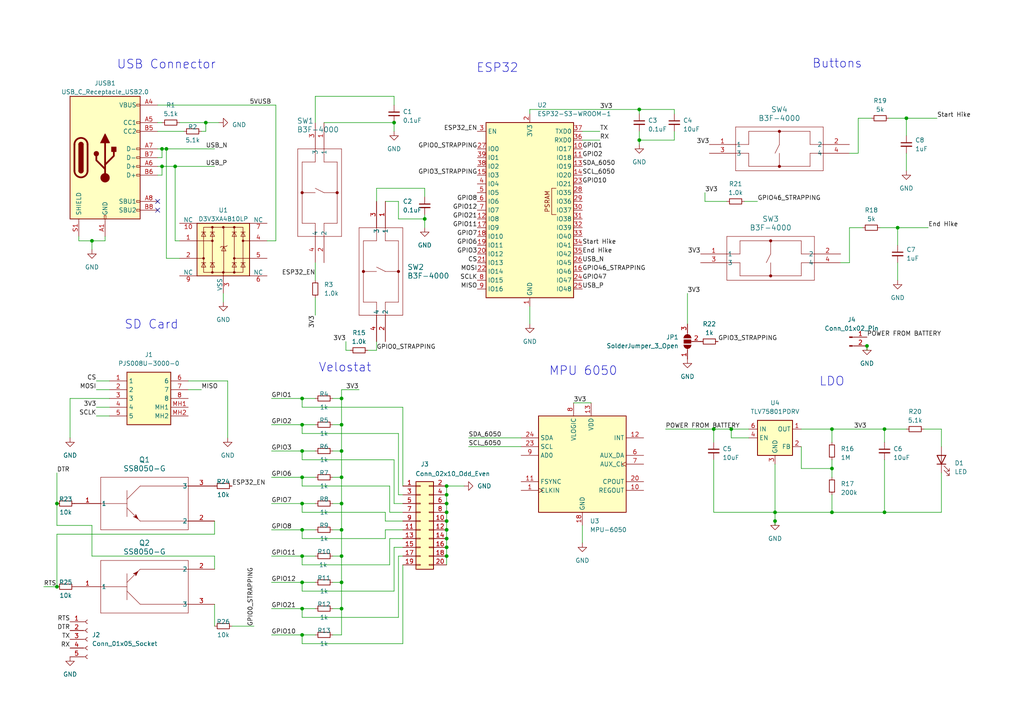
<source format=kicad_sch>
(kicad_sch (version 20231120) (generator "eeschema") (generator_version "8.0")
  (paper "A4")
  (title_block (title "Smart Insole PCB Design") (company "Group 41"))
  (lib_symbols
    (symbol "Connector:Conn_01x02_Pin" (pin_names (offset 1.016) hide)
      (property "Reference" "J" (at 0 2.54 0))
      (property "Value" "Conn_01x02_Pin" (at 0 -5.08 0))
      (symbol "Conn_01x02_Pin_1_1"
        (pin passive line (at 5.08 0 180) (length 3.81) (name "Pin_1") (number "1"))
        (pin passive line (at 5.08 -2.54 180) (length 3.81) (name "Pin_2") (number "2"))
      )
    )
    (symbol "Connector:Conn_01x05_Socket" (pin_names (offset 1.016) hide)
      (property "Reference" "J" (at 0 7.62 0))
      (property "Value" "Conn_01x05_Socket" (at 0 -7.62 0))
      (symbol "Conn_01x05_Socket_1_1"
        (pin passive line (at -5.08 5.08 0) (length 3.81) (name "Pin_1") (number "1"))
        (pin passive line (at -5.08 2.54 0) (length 3.81) (name "Pin_2") (number "2"))
        (pin passive line (at -5.08 0 0) (length 3.81) (name "Pin_3") (number "3"))
        (pin passive line (at -5.08 -2.54 0) (length 3.81) (name "Pin_4") (number "4"))
        (pin passive line (at -5.08 -5.08 0) (length 3.81) (name "Pin_5") (number "5"))
      )
    )
    (symbol "Connector:USB_C_Receptacle_USB2.0" (pin_names (offset 1.016))
      (property "Reference" "J" (at -10.16 19.05 0))
      (property "Value" "USB_C_Receptacle_USB2.0" (at 19.05 19.05 0))
      (symbol "USB_C_Receptacle_USB2.0_1_1"
        (pin passive line (at 0 -22.86 90) (length 5.08) (name "GND") (number "A1"))
        (pin passive line (at 0 -22.86 90) (length 5.08) hide (name "GND") (number "A12"))
        (pin passive line (at 15.24 15.24 180) (length 5.08) (name "VBUS") (number "A4"))
        (pin bidirectional line (at 15.24 10.16 180) (length 5.08) (name "CC1") (number "A5"))
        (pin bidirectional line (at 15.24 -2.54 180) (length 5.08) (name "D+") (number "A6"))
        (pin bidirectional line (at 15.24 2.54 180) (length 5.08) (name "D-") (number "A7"))
        (pin bidirectional line (at 15.24 -12.7 180) (length 5.08) (name "SBU1") (number "A8"))
        (pin passive line (at 15.24 15.24 180) (length 5.08) hide (name "VBUS") (number "A9"))
        (pin passive line (at 0 -22.86 90) (length 5.08) hide (name "GND") (number "B1"))
        (pin passive line (at 0 -22.86 90) (length 5.08) hide (name "GND") (number "B12"))
        (pin passive line (at 15.24 15.24 180) (length 5.08) hide (name "VBUS") (number "B4"))
        (pin bidirectional line (at 15.24 7.62 180) (length 5.08) (name "CC2") (number "B5"))
        (pin bidirectional line (at 15.24 -5.08 180) (length 5.08) (name "D+") (number "B6"))
        (pin bidirectional line (at 15.24 0 180) (length 5.08) (name "D-") (number "B7"))
        (pin bidirectional line (at 15.24 -15.24 180) (length 5.08) (name "SBU2") (number "B8"))
        (pin passive line (at 15.24 15.24 180) (length 5.08) hide (name "VBUS") (number "B9"))
        (pin passive line (at -7.62 -22.86 90) (length 5.08) (name "SHIELD") (number "S1"))
      )
    )
    (symbol "Connector_Generic:Conn_02x10_Odd_Even" (pin_names (offset 1.016) hide)
      (property "Reference" "J" (at 1.27 12.7 0))
      (property "Value" "Conn_02x10_Odd_Even" (at 1.27 -15.24 0))
      (symbol "Conn_02x10_Odd_Even_1_1"
        (pin passive line (at -5.08 10.16 0) (length 3.81) (name "Pin_1") (number "1"))
        (pin passive line (at 7.62 0 180) (length 3.81) (name "Pin_10") (number "10"))
        (pin passive line (at -5.08 -2.54 0) (length 3.81) (name "Pin_11") (number "11"))
        (pin passive line (at 7.62 -2.54 180) (length 3.81) (name "Pin_12") (number "12"))
        (pin passive line (at -5.08 -5.08 0) (length 3.81) (name "Pin_13") (number "13"))
        (pin passive line (at 7.62 -5.08 180) (length 3.81) (name "Pin_14") (number "14"))
        (pin passive line (at -5.08 -7.62 0) (length 3.81) (name "Pin_15") (number "15"))
        (pin passive line (at 7.62 -7.62 180) (length 3.81) (name "Pin_16") (number "16"))
        (pin passive line (at -5.08 -10.16 0) (length 3.81) (name "Pin_17") (number "17"))
        (pin passive line (at 7.62 -10.16 180) (length 3.81) (name "Pin_18") (number "18"))
        (pin passive line (at -5.08 -12.7 0) (length 3.81) (name "Pin_19") (number "19"))
        (pin passive line (at 7.62 10.16 180) (length 3.81) (name "Pin_2") (number "2"))
        (pin passive line (at 7.62 -12.7 180) (length 3.81) (name "Pin_20") (number "20"))
        (pin passive line (at -5.08 7.62 0) (length 3.81) (name "Pin_3") (number "3"))
        (pin passive line (at 7.62 7.62 180) (length 3.81) (name "Pin_4") (number "4"))
        (pin passive line (at -5.08 5.08 0) (length 3.81) (name "Pin_5") (number "5"))
        (pin passive line (at 7.62 5.08 180) (length 3.81) (name "Pin_6") (number "6"))
        (pin passive line (at -5.08 2.54 0) (length 3.81) (name "Pin_7") (number "7"))
        (pin passive line (at 7.62 2.54 180) (length 3.81) (name "Pin_8") (number "8"))
        (pin passive line (at -5.08 0 0) (length 3.81) (name "Pin_9") (number "9"))
      )
    )
    (symbol "Device:C_Small" (pin_numbers hide) (pin_names (offset 0.254) hide)
      (property "Reference" "C" (at 0.254 1.778 0))
      (property "Value" "C_Small" (at 0.254 -2.032 0))
      (symbol "C_Small_1_1"
        (pin passive line (at 0 2.54 270) (length 2.032) (name "~") (number "1"))
        (pin passive line (at 0 -2.54 90) (length 2.032) (name "~") (number "2"))
      )
    )
    (symbol "Device:LED" (pin_numbers hide) (pin_names (offset 1.016) hide)
      (property "Reference" "D" (at 0 2.54 0))
      (property "Value" "LED" (at 0 -2.54 0))
      (symbol "LED_1_1"
        (pin passive line (at -3.81 0 0) (length 2.54) (name "K") (number "1"))
        (pin passive line (at 3.81 0 180) (length 2.54) (name "A") (number "2"))
      )
    )
    (symbol "Device:R_Small" (pin_numbers hide) (pin_names (offset 0.254) hide)
      (property "Reference" "R" (at 0.762 0.508 0))
      (property "Value" "R_Small" (at 0.762 -1.016 0))
      (symbol "R_Small_1_1"
        (pin passive line (at 0 2.54 270) (length 0.762) (name "~") (number "1"))
        (pin passive line (at 0 -2.54 90) (length 0.762) (name "~") (number "2"))
      )
    )
    (symbol "GND_1" (power) (pin_numbers hide) (pin_names (offset 0) hide)
      (property "Value" "GND" (at 0 -3.81 0))
      (symbol "GND_1_1_1"
        (pin power_in line (at 0 0 270) (length 0) (name "~") (number "1"))
      )
    )
    (symbol "Jumper:SolderJumper_3_Open" (pin_names (offset 0) hide)
      (property "Reference" "JP" (at -2.54 -2.54 0))
      (property "Value" "SolderJumper_3_Open" (at 0 2.794 0))
      (symbol "SolderJumper_3_Open_1_1"
        (pin passive line (at -5.08 0 0) (length 2.54) (name "A") (number "1"))
        (pin passive line (at 0 -3.81 90) (length 2.54) (name "C") (number "2"))
        (pin passive line (at 5.08 0 180) (length 2.54) (name "B") (number "3"))
      )
    )
    (symbol "NPN_BJT:SS8050-G" (pin_names (offset 0.254))
      (property "Reference" "Q" (at 20.32 12.7 0))
      (property "Value" "SS8050-G" (at 20.32 10.16 0))
      (symbol "SS8050-G_0_1"
        (pin unspecified line (at 0 0 0) (length 7.62) (name "1") (number "1"))
        (pin unspecified line (at 40.64 -5.08 180) (length 7.62) (name "2") (number "2"))
        (pin unspecified line (at 40.64 5.08 180) (length 7.62) (name "3") (number "3"))
      )
    )
    (symbol "Power_Protection:D3V3XA4B10LP" (pin_names (offset 0))
      (property "Reference" "U" (at -0.635 8.89 0))
      (property "Value" "D3V3XA4B10LP" (at 8.89 -10.16 0))
      (symbol "D3V3XA4B10LP_1_1"
        (pin passive line (at -12.7 2.54 0) (length 5.08) (name "~") (number "1"))
        (pin free line (at -12.7 7.62 0) (length 5.08) (name "NC") (number "10"))
        (pin passive line (at -12.7 -2.54 0) (length 5.08) (name "~") (number "2"))
        (pin power_in line (at 0 -12.7 90) (length 5.08) (name "VSS") (number "3"))
        (pin passive line (at 12.7 2.54 180) (length 5.08) (name "~") (number "4"))
        (pin passive line (at 12.7 -2.54 180) (length 5.08) (name "~") (number "5"))
        (pin free line (at 12.7 -7.62 180) (length 5.08) (name "NC") (number "6"))
        (pin free line (at 12.7 7.62 180) (length 5.08) (name "NC") (number "7"))
        (pin passive line (at 0 -12.7 90) (length 5.08) hide (name "VSS") (number "8"))
        (pin free line (at -12.7 -7.62 0) (length 5.08) (name "NC") (number "9"))
      )
    )
    (symbol "RF_Module:ESP32-S3-WROOM-1"
      (property "Reference" "U" (at -12.7 26.67 0))
      (property "Value" "ESP32-S3-WROOM-1" (at 12.7 26.67 0))
      (symbol "ESP32-S3-WROOM-1_0_0"
        (text "PSRAM" (at 5.08 2.54 900) (effects (font (size 1.27 1.27))))
      )
      (symbol "ESP32-S3-WROOM-1_1_1"
        (pin power_in line (at 0 -27.94 90) (length 2.54) (name "GND") (number "1"))
        (pin bidirectional line (at 15.24 17.78 180) (length 2.54) (name "IO17") (number "10"))
        (pin bidirectional line (at 15.24 15.24 180) (length 2.54) (name "IO18") (number "11"))
        (pin bidirectional line (at -15.24 -2.54 0) (length 2.54) (name "IO8") (number "12"))
        (pin bidirectional line (at 15.24 12.7 180) (length 2.54) (name "IO19") (number "13"))
        (pin bidirectional line (at 15.24 10.16 180) (length 2.54) (name "IO20") (number "14"))
        (pin bidirectional line (at -15.24 10.16 0) (length 2.54) (name "IO3") (number "15"))
        (pin bidirectional line (at 15.24 -17.78 180) (length 2.54) (name "IO46") (number "16"))
        (pin bidirectional line (at -15.24 -5.08 0) (length 2.54) (name "IO9") (number "17"))
        (pin bidirectional line (at -15.24 -7.62 0) (length 2.54) (name "IO10") (number "18"))
        (pin bidirectional line (at -15.24 -10.16 0) (length 2.54) (name "IO11") (number "19"))
        (pin power_in line (at 0 27.94 270) (length 2.54) (name "3V3") (number "2"))
        (pin bidirectional line (at -15.24 -12.7 0) (length 2.54) (name "IO12") (number "20"))
        (pin bidirectional line (at -15.24 -15.24 0) (length 2.54) (name "IO13") (number "21"))
        (pin bidirectional line (at -15.24 -17.78 0) (length 2.54) (name "IO14") (number "22"))
        (pin bidirectional line (at 15.24 7.62 180) (length 2.54) (name "IO21") (number "23"))
        (pin bidirectional line (at 15.24 -20.32 180) (length 2.54) (name "IO47") (number "24"))
        (pin bidirectional line (at 15.24 -22.86 180) (length 2.54) (name "IO48") (number "25"))
        (pin bidirectional line (at 15.24 -15.24 180) (length 2.54) (name "IO45") (number "26"))
        (pin bidirectional line (at -15.24 17.78 0) (length 2.54) (name "IO0") (number "27"))
        (pin bidirectional line (at 15.24 5.08 180) (length 2.54) (name "IO35") (number "28"))
        (pin bidirectional line (at 15.24 2.54 180) (length 2.54) (name "IO36") (number "29"))
        (pin input line (at -15.24 22.86 0) (length 2.54) (name "EN") (number "3"))
        (pin bidirectional line (at 15.24 0 180) (length 2.54) (name "IO37") (number "30"))
        (pin bidirectional line (at 15.24 -2.54 180) (length 2.54) (name "IO38") (number "31"))
        (pin bidirectional line (at 15.24 -5.08 180) (length 2.54) (name "IO39") (number "32"))
        (pin bidirectional line (at 15.24 -7.62 180) (length 2.54) (name "IO40") (number "33"))
        (pin bidirectional line (at 15.24 -10.16 180) (length 2.54) (name "IO41") (number "34"))
        (pin bidirectional line (at 15.24 -12.7 180) (length 2.54) (name "IO42") (number "35"))
        (pin bidirectional line (at 15.24 20.32 180) (length 2.54) (name "RXD0") (number "36"))
        (pin bidirectional line (at 15.24 22.86 180) (length 2.54) (name "TXD0") (number "37"))
        (pin bidirectional line (at -15.24 12.7 0) (length 2.54) (name "IO2") (number "38"))
        (pin bidirectional line (at -15.24 15.24 0) (length 2.54) (name "IO1") (number "39"))
        (pin bidirectional line (at -15.24 7.62 0) (length 2.54) (name "IO4") (number "4"))
        (pin passive line (at 0 -27.94 90) (length 2.54) hide (name "GND") (number "40"))
        (pin passive line (at 0 -27.94 90) (length 2.54) hide (name "GND") (number "41"))
        (pin bidirectional line (at -15.24 5.08 0) (length 2.54) (name "IO5") (number "5"))
        (pin bidirectional line (at -15.24 2.54 0) (length 2.54) (name "IO6") (number "6"))
        (pin bidirectional line (at -15.24 0 0) (length 2.54) (name "IO7") (number "7"))
        (pin bidirectional line (at -15.24 -20.32 0) (length 2.54) (name "IO15") (number "8"))
        (pin bidirectional line (at -15.24 -22.86 0) (length 2.54) (name "IO16") (number "9"))
      )
    )
    (symbol "Regulator_Linear:TLV75801PDRV"
      (property "Reference" "U" (at -3.81 6.35 0))
      (property "Value" "TLV75801PDRV" (at 0 6.35 0))
      (symbol "TLV75801PDRV_1_1"
        (pin power_out line (at 7.62 2.54 180) (length 2.54) (name "OUT") (number "1"))
        (pin input line (at 7.62 -2.54 180) (length 2.54) (name "FB") (number "2"))
        (pin power_in line (at 0 -7.62 90) (length 2.54) (name "GND") (number "3"))
        (pin input line (at -7.62 0 0) (length 2.54) (name "EN") (number "4"))
        (pin no_connect line (at 5.08 0 180) (length 2.54) hide (name "DNC") (number "5"))
        (pin power_in line (at -7.62 2.54 0) (length 2.54) (name "IN") (number "6"))
        (pin passive line (at 0 -7.62 90) (length 2.54) hide (name "GND") (number "7"))
      )
    )
    (symbol "SD_Card_Connector:PJS008U-3000-0"
      (property "Reference" "J" (at 19.05 7.62 0))
      (property "Value" "PJS008U-3000-0" (at 19.05 5.08 0))
      (symbol "PJS008U-3000-0_1_1"
        (pin passive line (at 0 0 0) (length 5.08) (name "1") (number "1"))
        (pin passive line (at 0 -2.54 0) (length 5.08) (name "2") (number "2"))
        (pin passive line (at 0 -5.08 0) (length 5.08) (name "3") (number "3"))
        (pin passive line (at 0 -7.62 0) (length 5.08) (name "4") (number "4"))
        (pin passive line (at 0 -10.16 0) (length 5.08) (name "5") (number "5"))
        (pin passive line (at 22.86 0 180) (length 5.08) (name "6") (number "6"))
        (pin passive line (at 22.86 -2.54 180) (length 5.08) (name "7") (number "7"))
        (pin passive line (at 22.86 -5.08 180) (length 5.08) (name "8") (number "8"))
        (pin passive line (at 22.86 -7.62 180) (length 5.08) (name "MH1") (number "MH1"))
        (pin passive line (at 22.86 -10.16 180) (length 5.08) (name "MH2") (number "MH2"))
      )
    )
    (symbol "SWITCH_TACTILE_SPST:B3F-4000" (pin_names (offset 0.254))
      (property "Reference" "SW" (at 20.32 10.16 0))
      (property "Value" "B3F-4000" (at 20.32 7.62 0))
      (symbol "B3F-4000_0_1"
        (pin unspecified line (at 0 0 0) (length 7.62) (name "1") (number "1"))
        (pin unspecified line (at 40.64 0 180) (length 7.62) (name "2") (number "2"))
        (pin unspecified line (at 0 -2.54 0) (length 7.62) (name "3") (number "3"))
        (pin unspecified line (at 40.64 -2.54 180) (length 7.62) (name "4") (number "4"))
      )
    )
    (symbol "Sensor_Motion:MPU-6050"
      (property "Reference" "U" (at -11.43 13.97 0))
      (property "Value" "MPU-6050" (at 7.62 -15.24 0))
      (symbol "MPU-6050_0_0"
        (text "" (at 12.7 -2.54 0) (effects (font (size 1.27 1.27))))
      )
      (symbol "MPU-6050_1_1"
        (pin input clock (at -17.78 -7.62 0) (length 5.08) (name "CLKIN") (number "1"))
        (pin passive line (at 17.78 -7.62 180) (length 5.08) (name "REGOUT") (number "10"))
        (pin input line (at -17.78 -5.08 0) (length 5.08) (name "FSYNC") (number "11"))
        (pin output line (at 17.78 7.62 180) (length 5.08) (name "INT") (number "12"))
        (pin power_in line (at 2.54 17.78 270) (length 3.81) (name "VDD") (number "13"))
        (pin no_connect line (at -12.7 -10.16 0) (length 2.54) hide (name "NC") (number "14"))
        (pin no_connect line (at 12.7 12.7 180) (length 2.54) hide (name "NC") (number "15"))
        (pin no_connect line (at 12.7 10.16 180) (length 2.54) hide (name "NC") (number "16"))
        (pin no_connect line (at 12.7 5.08 180) (length 2.54) hide (name "NC") (number "17"))
        (pin power_in line (at 0 -17.78 90) (length 3.81) (name "GND") (number "18"))
        (pin no_connect line (at 12.7 -10.16 180) (length 2.54) hide (name "RESV") (number "19"))
        (pin no_connect line (at -12.7 12.7 0) (length 2.54) hide (name "NC") (number "2"))
        (pin passive line (at 17.78 -5.08 180) (length 5.08) (name "CPOUT") (number "20"))
        (pin no_connect line (at 12.7 -2.54 180) (length 2.54) hide (name "RESV") (number "21"))
        (pin no_connect line (at 12.7 -12.7 180) (length 2.54) hide (name "RESV") (number "22"))
        (pin input line (at -17.78 5.08 0) (length 5.08) (name "SCL") (number "23"))
        (pin bidirectional line (at -17.78 7.62 0) (length 5.08) (name "SDA") (number "24"))
        (pin no_connect line (at -12.7 10.16 0) (length 2.54) hide (name "NC") (number "3"))
        (pin no_connect line (at -12.7 0 0) (length 2.54) hide (name "NC") (number "4"))
        (pin no_connect line (at -12.7 -2.54 0) (length 2.54) hide (name "NC") (number "5"))
        (pin bidirectional line (at 17.78 2.54 180) (length 5.08) (name "AUX_DA") (number "6"))
        (pin output clock (at 17.78 0 180) (length 5.08) (name "AUX_CL") (number "7"))
        (pin power_in line (at -2.54 17.78 270) (length 3.81) (name "VLOGIC") (number "8"))
        (pin input line (at -17.78 2.54 0) (length 5.08) (name "AD0") (number "9"))
      )
    )
    (symbol "power:GND" (power) (pin_names (offset 0))
      (property "Value" "GND" (at 0 -3.81 0))
      (symbol "GND_1_1"
        (pin power_in line (at 0 0 270) (length 0) hide (name "GND") (number "1"))
      )
    )
  )
  (junction (at 87.63 130.81))
  (junction (at 224.79 151.13))
  (junction (at 87.63 115.57))
  (junction (at 16.51 146.05))
  (junction (at 185.42 31.75))
  (junction (at 224.79 148.59))
  (junction (at 99.06 176.53))
  (junction (at 262.89 34.29))
  (junction (at 129.54 153.67))
  (junction (at 99.06 161.29))
  (junction (at 99.06 153.67))
  (junction (at 87.63 153.67))
  (junction (at 129.54 140.97))
  (junction (at 87.63 168.91))
  (junction (at 48.26 43.18))
  (junction (at 46.99 43.18))
  (junction (at 212.09 124.46))
  (junction (at 46.99 48.26))
  (junction (at 185.42 40.64))
  (junction (at 129.54 143.51))
  (junction (at 129.54 161.29))
  (junction (at 114.3 35.56))
  (junction (at 129.54 151.13))
  (junction (at 241.3 148.59))
  (junction (at 256.54 124.46))
  (junction (at 99.06 123.19))
  (junction (at 241.3 135.89))
  (junction (at 99.06 115.57))
  (junction (at 87.63 184.15))
  (junction (at 16.51 170.18))
  (junction (at 260.35 66.04))
  (junction (at 251.46 100.33))
  (junction (at 123.19 63.5))
  (junction (at 87.63 123.19))
  (junction (at 129.54 148.59))
  (junction (at 99.06 138.43))
  (junction (at 87.63 161.29))
  (junction (at 87.63 138.43))
  (junction (at 129.54 146.05))
  (junction (at 129.54 158.75))
  (junction (at 50.8 48.26))
  (junction (at 99.06 146.05))
  (junction (at 129.54 156.21))
  (junction (at 99.06 130.81))
  (junction (at 87.63 176.53))
  (junction (at 59.69 35.56))
  (junction (at 26.67 69.85))
  (junction (at 99.06 168.91))
  (junction (at 87.63 146.05))
  (junction (at 241.3 124.46))
  (junction (at 207.01 124.46))
  (junction (at 256.54 148.59))
  (no_connect (at 45.72 58.42))
  (no_connect (at 45.72 60.96))
  (wire (pts (xy 116.84 186.69) (xy 116.84 163.83)))
  (wire (pts (xy 113.03 163.83) (xy 113.03 156.21)))
  (wire (pts (xy 129.54 146.05) (xy 129.54 148.59)))
  (wire (pts (xy 66.04 110.49) (xy 66.04 127)))
  (wire (pts (xy 273.05 137.16) (xy 273.05 148.59)))
  (wire (pts (xy 52.07 35.56) (xy 59.69 35.56)))
  (wire (pts (xy 168.91 40.64) (xy 173.99 40.64)))
  (wire (pts (xy 77.47 69.85) (xy 80.01 69.85)))
  (wire (pts (xy 87.63 179.07) (xy 87.63 176.53)))
  (wire (pts (xy 195.58 38.1) (xy 195.58 40.64)))
  (wire (pts (xy 256.54 133.35) (xy 256.54 148.59)))
  (wire (pts (xy 111.76 148.59) (xy 111.76 151.13)))
  (wire (pts (xy 91.44 76.2) (xy 91.44 81.28)))
  (wire (pts (xy 96.52 168.91) (xy 99.06 168.91)))
  (wire (pts (xy 115.57 125.73) (xy 115.57 143.51)))
  (wire (pts (xy 91.44 86.36) (xy 91.44 91.44)))
  (wire (pts (xy 114.3 171.45) (xy 114.3 158.75)))
  (wire (pts (xy 87.63 176.53) (xy 91.44 176.53)))
  (wire (pts (xy 123.19 54.61) (xy 123.19 57.15)))
  (wire (pts (xy 241.3 135.89) (xy 241.3 138.43)))
  (wire (pts (xy 129.54 153.67) (xy 129.54 156.21)))
  (wire (pts (xy 241.3 148.59) (xy 256.54 148.59)))
  (wire (pts (xy 87.63 115.57) (xy 91.44 115.57)))
  (wire (pts (xy 100.33 101.6) (xy 101.6 101.6)))
  (wire (pts (xy 115.57 161.29) (xy 116.84 161.29)))
  (wire (pts (xy 109.22 101.6) (xy 109.22 99.06)))
  (wire (pts (xy 12.7 170.18) (xy 16.51 170.18)))
  (wire (pts (xy 50.8 48.26) (xy 50.8 69.85)))
  (wire (pts (xy 87.63 153.67) (xy 87.63 156.21)))
  (wire (pts (xy 87.63 179.07) (xy 115.57 179.07)))
  (wire (pts (xy 87.63 130.81) (xy 91.44 130.81)))
  (wire (pts (xy 267.97 124.46) (xy 273.05 124.46)))
  (wire (pts (xy 217.17 127) (xy 212.09 127)))
  (wire (pts (xy 96.52 123.19) (xy 99.06 123.19)))
  (wire (pts (xy 78.74 184.15) (xy 87.63 184.15)))
  (wire (pts (xy 166.37 116.84) (xy 171.45 116.84)))
  (wire (pts (xy 262.89 34.29) (xy 271.78 34.29)))
  (wire (pts (xy 99.06 123.19) (xy 99.06 130.81)))
  (wire (pts (xy 185.42 38.1) (xy 185.42 40.64)))
  (wire (pts (xy 129.54 161.29) (xy 129.54 163.83)))
  (wire (pts (xy 114.3 146.05) (xy 116.84 146.05)))
  (wire (pts (xy 114.3 133.35) (xy 114.3 146.05)))
  (wire (pts (xy 248.92 34.29) (xy 252.73 34.29)))
  (wire (pts (xy 260.35 66.04) (xy 269.24 66.04)))
  (wire (pts (xy 114.3 35.56) (xy 114.3 38.1)))
  (wire (pts (xy 241.3 124.46) (xy 241.3 128.27)))
  (wire (pts (xy 46.99 45.72) (xy 46.99 43.18)))
  (wire (pts (xy 115.57 143.51) (xy 116.84 143.51)))
  (wire (pts (xy 45.72 30.48) (xy 80.01 30.48)))
  (wire (pts (xy 87.63 168.91) (xy 91.44 168.91)))
  (wire (pts (xy 87.63 186.69) (xy 87.63 184.15)))
  (wire (pts (xy 87.63 171.45) (xy 114.3 171.45)))
  (wire (pts (xy 22.86 69.85) (xy 26.67 69.85)))
  (wire (pts (xy 87.63 148.59) (xy 111.76 148.59)))
  (wire (pts (xy 99.06 130.81) (xy 99.06 138.43)))
  (wire (pts (xy 123.19 63.5) (xy 123.19 66.04)))
  (wire (pts (xy 111.76 153.67) (xy 116.84 153.67)))
  (wire (pts (xy 246.38 76.2) (xy 246.38 66.04)))
  (wire (pts (xy 111.76 156.21) (xy 111.76 153.67)))
  (wire (pts (xy 87.63 133.35) (xy 87.63 130.81)))
  (wire (pts (xy 26.67 72.39) (xy 26.67 69.85)))
  (wire (pts (xy 224.79 148.59) (xy 241.3 148.59)))
  (wire (pts (xy 99.06 138.43) (xy 99.06 146.05)))
  (wire (pts (xy 215.9 58.42) (xy 219.71 58.42)))
  (wire (pts (xy 168.91 152.4) (xy 168.91 157.48)))
  (wire (pts (xy 93.98 35.56) (xy 114.3 35.56)))
  (wire (pts (xy 99.06 176.53) (xy 99.06 184.15)))
  (wire (pts (xy 246.38 44.45) (xy 248.92 44.45)))
  (wire (pts (xy 46.99 48.26) (xy 50.8 48.26)))
  (wire (pts (xy 129.54 156.21) (xy 129.54 158.75)))
  (wire (pts (xy 78.74 123.19) (xy 87.63 123.19)))
  (wire (pts (xy 114.3 27.94) (xy 114.3 30.48)))
  (wire (pts (xy 16.51 146.05) (xy 16.51 152.4)))
  (wire (pts (xy 26.67 161.29) (xy 62.23 161.29)))
  (wire (pts (xy 243.84 76.2) (xy 246.38 76.2)))
  (wire (pts (xy 111.76 58.42) (xy 115.57 58.42)))
  (wire (pts (xy 129.54 143.51) (xy 129.54 146.05)))
  (wire (pts (xy 91.44 27.94) (xy 91.44 35.56)))
  (wire (pts (xy 273.05 148.59) (xy 256.54 148.59)))
  (wire (pts (xy 111.76 151.13) (xy 116.84 151.13)))
  (wire (pts (xy 246.38 66.04) (xy 250.19 66.04)))
  (wire (pts (xy 207.01 148.59) (xy 224.79 148.59)))
  (wire (pts (xy 78.74 146.05) (xy 87.63 146.05)))
  (wire (pts (xy 45.72 50.8) (xy 46.99 50.8)))
  (wire (pts (xy 114.3 133.35) (xy 87.63 133.35)))
  (wire (pts (xy 87.63 156.21) (xy 111.76 156.21)))
  (wire (pts (xy 66.04 110.49) (xy 54.61 110.49)))
  (wire (pts (xy 185.42 31.75) (xy 195.58 31.75)))
  (wire (pts (xy 96.52 115.57) (xy 99.06 115.57)))
  (wire (pts (xy 256.54 128.27) (xy 256.54 124.46)))
  (wire (pts (xy 78.74 168.91) (xy 87.63 168.91)))
  (wire (pts (xy 212.09 124.46) (xy 217.17 124.46)))
  (wire (pts (xy 87.63 163.83) (xy 113.03 163.83)))
  (wire (pts (xy 45.72 45.72) (xy 46.99 45.72)))
  (wire (pts (xy 87.63 146.05) (xy 91.44 146.05)))
  (wire (pts (xy 67.31 181.61) (xy 73.66 181.61)))
  (wire (pts (xy 87.63 140.97) (xy 87.63 138.43)))
  (wire (pts (xy 129.54 140.97) (xy 129.54 143.51)))
  (wire (pts (xy 129.54 158.75) (xy 129.54 161.29)))
  (wire (pts (xy 87.63 186.69) (xy 116.84 186.69)))
  (wire (pts (xy 26.67 152.4) (xy 26.67 161.29)))
  (wire (pts (xy 109.22 54.61) (xy 109.22 58.42)))
  (wire (pts (xy 48.26 43.18) (xy 62.23 43.18)))
  (wire (pts (xy 78.74 138.43) (xy 87.63 138.43)))
  (wire (pts (xy 27.94 120.65) (xy 31.75 120.65)))
  (wire (pts (xy 134.62 140.97) (xy 129.54 140.97)))
  (wire (pts (xy 27.94 113.03) (xy 31.75 113.03)))
  (wire (pts (xy 46.99 43.18) (xy 48.26 43.18)))
  (wire (pts (xy 59.69 38.1) (xy 59.69 35.56)))
  (wire (pts (xy 115.57 179.07) (xy 115.57 161.29)))
  (wire (pts (xy 87.63 153.67) (xy 91.44 153.67)))
  (wire (pts (xy 48.26 74.93) (xy 48.26 43.18)))
  (wire (pts (xy 99.06 115.57) (xy 99.06 123.19)))
  (wire (pts (xy 256.54 124.46) (xy 241.3 124.46)))
  (wire (pts (xy 195.58 33.02) (xy 195.58 31.75)))
  (wire (pts (xy 273.05 124.46) (xy 273.05 129.54)))
  (wire (pts (xy 87.63 140.97) (xy 113.03 140.97)))
  (wire (pts (xy 193.04 124.46) (xy 207.01 124.46)))
  (wire (pts (xy 45.72 35.56) (xy 46.99 35.56)))
  (wire (pts (xy 87.63 118.11) (xy 87.63 115.57)))
  (wire (pts (xy 113.03 148.59) (xy 116.84 148.59)))
  (wire (pts (xy 52.07 74.93) (xy 48.26 74.93)))
  (wire (pts (xy 185.42 40.64) (xy 185.42 41.91)))
  (wire (pts (xy 27.94 110.49) (xy 31.75 110.49)))
  (wire (pts (xy 62.23 151.13) (xy 62.23 154.94)))
  (wire (pts (xy 16.51 152.4) (xy 26.67 152.4)))
  (wire (pts (xy 50.8 48.26) (xy 62.23 48.26)))
  (wire (pts (xy 241.3 143.51) (xy 241.3 148.59)))
  (wire (pts (xy 87.63 125.73) (xy 87.63 123.19)))
  (wire (pts (xy 78.74 130.81) (xy 87.63 130.81)))
  (wire (pts (xy 87.63 171.45) (xy 87.63 168.91)))
  (wire (pts (xy 62.23 154.94) (xy 16.51 154.94)))
  (wire (pts (xy 96.52 176.53) (xy 99.06 176.53)))
  (wire (pts (xy 113.03 156.21) (xy 116.84 156.21)))
  (wire (pts (xy 241.3 124.46) (xy 232.41 124.46)))
  (wire (pts (xy 251.46 100.33) (xy 251.46 101.6)))
  (wire (pts (xy 115.57 63.5) (xy 123.19 63.5)))
  (wire (pts (xy 113.03 140.97) (xy 113.03 148.59)))
  (wire (pts (xy 78.74 153.67) (xy 87.63 153.67)))
  (wire (pts (xy 87.63 138.43) (xy 91.44 138.43)))
  (wire (pts (xy 257.81 34.29) (xy 262.89 34.29)))
  (wire (pts (xy 27.94 118.11) (xy 31.75 118.11)))
  (wire (pts (xy 135.89 127) (xy 151.13 127)))
  (wire (pts (xy 100.33 101.6) (xy 100.33 99.06)))
  (wire (pts (xy 248.92 44.45) (xy 248.92 34.29)))
  (wire (pts (xy 91.44 27.94) (xy 114.3 27.94)))
  (wire (pts (xy 59.69 35.56) (xy 63.5 35.56)))
  (wire (pts (xy 80.01 69.85) (xy 80.01 30.48)))
  (wire (pts (xy 232.41 129.54) (xy 232.41 135.89)))
  (wire (pts (xy 224.79 148.59) (xy 224.79 151.13)))
  (wire (pts (xy 54.61 113.03) (xy 58.42 113.03)))
  (wire (pts (xy 96.52 146.05) (xy 99.06 146.05)))
  (wire (pts (xy 99.06 113.03) (xy 99.06 115.57)))
  (wire (pts (xy 114.3 158.75) (xy 116.84 158.75)))
  (wire (pts (xy 123.19 62.23) (xy 123.19 63.5)))
  (wire (pts (xy 87.63 125.73) (xy 115.57 125.73)))
  (wire (pts (xy 207.01 124.46) (xy 212.09 124.46)))
  (wire (pts (xy 99.06 146.05) (xy 99.06 153.67)))
  (wire (pts (xy 129.54 151.13) (xy 129.54 153.67)))
  (wire (pts (xy 62.23 161.29) (xy 62.23 165.1)))
  (wire (pts (xy 153.67 31.75) (xy 185.42 31.75)))
  (wire (pts (xy 99.06 161.29) (xy 99.06 168.91)))
  (wire (pts (xy 185.42 33.02) (xy 185.42 31.75)))
  (wire (pts (xy 204.47 58.42) (xy 210.82 58.42)))
  (wire (pts (xy 45.72 48.26) (xy 46.99 48.26)))
  (wire (pts (xy 153.67 31.75) (xy 153.67 33.02)))
  (wire (pts (xy 87.63 118.11) (xy 116.84 118.11)))
  (wire (pts (xy 106.68 101.6) (xy 109.22 101.6)))
  (wire (pts (xy 199.39 85.09) (xy 199.39 93.98)))
  (wire (pts (xy 99.06 168.91) (xy 99.06 176.53)))
  (wire (pts (xy 52.07 69.85) (xy 50.8 69.85)))
  (wire (pts (xy 20.32 115.57) (xy 20.32 127)))
  (wire (pts (xy 129.54 148.59) (xy 129.54 151.13)))
  (wire (pts (xy 153.67 88.9) (xy 153.67 93.98)))
  (wire (pts (xy 224.79 134.62) (xy 224.79 148.59)))
  (wire (pts (xy 96.52 184.15) (xy 99.06 184.15)))
  (wire (pts (xy 135.89 129.54) (xy 151.13 129.54)))
  (wire (pts (xy 46.99 50.8) (xy 46.99 48.26)))
  (wire (pts (xy 22.86 68.58) (xy 22.86 69.85)))
  (wire (pts (xy 87.63 123.19) (xy 91.44 123.19)))
  (wire (pts (xy 260.35 66.04) (xy 260.35 71.12)))
  (wire (pts (xy 64.77 85.09) (xy 64.77 87.63)))
  (wire (pts (xy 45.72 38.1) (xy 53.34 38.1)))
  (wire (pts (xy 109.22 54.61) (xy 123.19 54.61)))
  (wire (pts (xy 62.23 175.26) (xy 62.23 181.61)))
  (wire (pts (xy 87.63 161.29) (xy 91.44 161.29)))
  (wire (pts (xy 96.52 153.67) (xy 99.06 153.67)))
  (wire (pts (xy 195.58 40.64) (xy 185.42 40.64)))
  (wire (pts (xy 260.35 76.2) (xy 260.35 81.28)))
  (wire (pts (xy 96.52 130.81) (xy 99.06 130.81)))
  (wire (pts (xy 78.74 176.53) (xy 87.63 176.53)))
  (wire (pts (xy 96.52 161.29) (xy 99.06 161.29)))
  (wire (pts (xy 30.48 69.85) (xy 26.67 69.85)))
  (wire (pts (xy 78.74 161.29) (xy 87.63 161.29)))
  (wire (pts (xy 256.54 124.46) (xy 262.89 124.46)))
  (wire (pts (xy 232.41 135.89) (xy 241.3 135.89)))
  (wire (pts (xy 212.09 127) (xy 212.09 124.46)))
  (wire (pts (xy 204.47 55.88) (xy 204.47 58.42)))
  (wire (pts (xy 87.63 148.59) (xy 87.63 146.05)))
  (wire (pts (xy 241.3 133.35) (xy 241.3 135.89)))
  (wire (pts (xy 99.06 113.03) (xy 104.14 113.03)))
  (wire (pts (xy 173.99 38.1) (xy 168.91 38.1)))
  (wire (pts (xy 116.84 140.97) (xy 116.84 118.11)))
  (wire (pts (xy 87.63 184.15) (xy 91.44 184.15)))
  (wire (pts (xy 262.89 44.45) (xy 262.89 49.53)))
  (wire (pts (xy 207.01 133.35) (xy 207.01 148.59)))
  (wire (pts (xy 16.51 154.94) (xy 16.51 170.18)))
  (wire (pts (xy 45.72 43.18) (xy 46.99 43.18)))
  (wire (pts (xy 224.79 151.13) (xy 224.79 152.4)))
  (wire (pts (xy 78.74 115.57) (xy 87.63 115.57)))
  (wire (pts (xy 16.51 137.16) (xy 16.51 146.05)))
  (wire (pts (xy 30.48 68.58) (xy 30.48 69.85)))
  (wire (pts (xy 262.89 34.29) (xy 262.89 39.37)))
  (wire (pts (xy 58.42 38.1) (xy 59.69 38.1)))
  (wire (pts (xy 255.27 66.04) (xy 260.35 66.04)))
  (wire (pts (xy 207.01 124.46) (xy 207.01 128.27)))
  (wire (pts (xy 96.52 138.43) (xy 99.06 138.43)))
  (wire (pts (xy 31.75 115.57) (xy 20.32 115.57)))
  (wire (pts (xy 99.06 153.67) (xy 99.06 161.29)))
  (wire (pts (xy 115.57 58.42) (xy 115.57 63.5)))
  (wire (pts (xy 87.63 163.83) (xy 87.63 161.29)))
  (text "MPU 6050" (at 169.164 107.696 0) (effects (font (size 2.54 2.54))))
  (text "ESP32" (at 144.272 19.812 0) (effects (font (size 2.54 2.54))))
  (text "SD Card" (at 43.942 94.234 0) (effects (font (size 2.54 2.54))))
  (text "USB Connector" (at 48.26 18.796 0) (effects (font (size 2.54 2.54))))
  (text "LDO\n" (at 241.3 110.744 0) (effects (font (size 2.54 2.54))))
  (text "Buttons\n" (at 242.824 18.542 0) (effects (font (size 2.54 2.54))))
  (text "Velostat" (at 100.076 106.68 0) (effects (font (size 2.54 2.54))))
  (label "GPIO46_STRAPPING" (at 168.91 78.74 0))
  (label "GPIO8" (at 138.43 58.42 180))
  (label "GPIO0_STRAPPING" (at 109.22 101.6 0))
  (label "GPIO46_STRAPPING" (at 219.71 58.42 0))
  (label "MOSI" (at 138.43 78.74 180))
  (label "GPIO3_STRAPPING" (at 208.28 99.06 0))
  (label "USB_P" (at 168.91 83.82 0))
  (label "GPIO12" (at 78.74 168.91 0))
  (label "SCLK" (at 27.94 120.65 180))
  (label "SDA_6050" (at 135.89 127 0))
  (label "MISO" (at 58.42 113.03 0))
  (label "3V3" (at 173.99 31.75 0))
  (label "3V3" (at 203.2 73.66 180))
  (label "ESP32_EN" (at 67.31 140.97 0))
  (label "RX" (at 173.99 40.64 0))
  (label "USB_P" (at 59.69 48.26 0))
  (label "GPIO8" (at 78.74 153.67 0))
  (label "GPIO21" (at 78.74 176.53 0))
  (label "MOSI" (at 27.94 113.03 180))
  (label "GPIO3" (at 78.74 130.81 0))
  (label "End Hike" (at 269.24 66.04 0))
  (label "3V3" (at 100.33 99.06 180))
  (label "DTR" (at 16.51 137.16 0))
  (label "GPIO10" (at 78.74 184.15 0))
  (label "3V3" (at 205.74 41.91 180))
  (label "3V3" (at 100.33 113.03 0))
  (label "SDA_6050" (at 168.91 48.26 0))
  (label "GPIO7" (at 138.43 68.58 180))
  (label "GPIO2" (at 168.91 45.72 0))
  (label "3V3" (at 247.65 124.46 0))
  (label "5VUSB" (at 72.39 30.48 0))
  (label "RTS" (at 20.32 180.34 180))
  (label "POWER FROM BATTERY" (at 193.04 124.46 0))
  (label "GPIO2" (at 78.74 123.19 0))
  (label "GPIO47" (at 168.91 81.28 0))
  (label "RX" (at 20.32 187.96 180))
  (label "GPIO0_STRAPPING" (at 138.43 43.18 180))
  (label "GPIO6" (at 78.74 138.43 0))
  (label "GPIO21" (at 138.43 63.5 180))
  (label "GPIO1" (at 78.74 115.57 0))
  (label "GPIO11" (at 138.43 66.04 180))
  (label "GPIO3" (at 138.43 73.66 180))
  (label "SCL_6050" (at 168.91 50.8 0))
  (label "Start Hike" (at 168.91 71.12 0))
  (label "ESP32_EN" (at 91.44 80.01 180))
  (label "TX" (at 173.99 38.1 0))
  (label "ESP32_EN" (at 138.43 38.1 180))
  (label "RTS" (at 12.7 170.18 0))
  (label "Start Hike" (at 271.78 34.29 0))
  (label "3V3" (at 91.44 91.44 270))
  (label "TX" (at 20.32 185.42 180))
  (label "3V3" (at 27.94 118.11 180))
  (label "GPIO11" (at 78.74 161.29 0))
  (label "USB_N" (at 168.91 76.2 0))
  (label "SCL_6050" (at 135.89 129.54 0))
  (label "MISO" (at 138.43 83.82 180))
  (label "3V3" (at 199.39 85.09 0))
  (label "GPIO0_STRAPPING" (at 73.66 181.61 90))
  (label "GPIO3_STRAPPING" (at 138.43 50.8 180))
  (label "3V3" (at 204.47 55.88 0))
  (label "POWER FROM BATTERY" (at 251.46 97.79 0))
  (label "CS" (at 27.94 110.49 180))
  (label "GPIO6" (at 138.43 71.12 180))
  (label "GPIO1" (at 168.91 43.18 0))
  (label "DTR" (at 20.32 182.88 180))
  (label "GPIO10" (at 168.91 53.34 0))
  (label "GPIO12" (at 138.43 60.96 180))
  (label "USB_N" (at 59.69 43.18 0))
  (label "CS" (at 138.43 76.2 180))
  (label "3V3" (at 166.37 116.84 0))
  (label "SCLK" (at 138.43 81.28 180))
  (label "End Hike" (at 168.91 73.66 0))
  (label "GPIO7" (at 78.74 146.05 0))
  (symbol (lib_id "Device:R_Small") (at 265.43 124.46 90) (unit 1)
    (property "Reference" "R20" (at 265.43 119.38 90))
    (property "Value" "5.1k" (at 265.43 121.92 90))
    (property "Footprint" "Resistor_SMD:R_0603_1608Metric" (effects (hide yes)))
  )
  (symbol (lib_id "SWITCH_TACTILE_SPST:B3F-4000") (at 203.2 73.66 0) (unit 1)
    (property "Reference" "SW3" (at 223.52 63.5 0) (effects (font (size 1.524 1.524))))
    (property "Value" "B3F-4000" (at 223.52 66.04 0) (effects (font (size 1.524 1.524))))
    (property "Footprint" "SmartInsolePCB:SW_B3F-4000_OMR" (effects (hide yes)))
    (property "Datasheet" "https://www.mouser.com/datasheet/2/307/en-b3f-13826.pdf" (effects (hide yes)))
  )
  (symbol (lib_id "Device:R_Small") (at 255.27 34.29 90) (unit 1)
    (property "Reference" "R19" (at 255.27 29.21 90))
    (property "Value" "5k" (at 255.27 31.75 90))
    (property "Footprint" "Resistor_SMD:R_0603_1608Metric" (effects (hide yes)))
  )
  (symbol (lib_id "Device:R_Small") (at 64.77 140.97 90) (unit 1)
    (property "Reference" "R24" (at 64.77 139.7 90))
    (property "Value" "10k" (at 64.77 143.51 90))
    (property "Footprint" "Resistor_SMD:R_0603_1608Metric" (effects (hide yes)))
  )
  (symbol (lib_id "Device:R_Small") (at 93.98 115.57 90) (unit 1)
    (property "Reference" "R4" (at 93.98 114.3 90))
    (property "Value" "1k" (at 93.98 118.11 90))
    (property "Footprint" "Resistor_SMD:R_0603_1608Metric" (effects (hide yes)))
  )
  (symbol (lib_id "Device:R_Small") (at 213.36 58.42 270) (unit 1)
    (property "Reference" "R21" (at 213.36 53.34 90))
    (property "Value" "1.0k" (at 213.36 55.88 90))
    (property "Footprint" "Resistor_SMD:R_0603_1608Metric" (effects (hide yes)))
  )
  (symbol (lib_id "Device:LED") (at 273.05 133.35 90) (unit 1)
    (property "Reference" "D1" (at 276.86 134.3025 90) (effects (justify right)))
    (property "Value" "LED" (at 276.86 136.8425 90) (effects (justify right)))
    (property "Footprint" "LED_SMD:LED_0603_1608Metric" (effects (hide yes)))
  )
  (symbol (lib_id "Device:R_Small") (at 19.05 146.05 90) (unit 1)
    (property "Reference" "R23" (at 19.05 144.78 90))
    (property "Value" "10k" (at 19.05 148.59 90))
    (property "Footprint" "Resistor_SMD:R_0603_1608Metric" (effects (hide yes)))
  )
  (symbol (lib_id "Device:R_Small") (at 93.98 138.43 90) (unit 1)
    (property "Reference" "R7" (at 93.98 137.16 90))
    (property "Value" "1k" (at 93.98 140.97 90))
    (property "Footprint" "Resistor_SMD:R_0603_1608Metric" (effects (hide yes)))
  )
  (symbol (lib_id "SWITCH_TACTILE_SPST:B3F-4000") (at 111.76 58.42 270) (unit 1)
    (property "Reference" "SW2" (at 118.11 77.4699 90) (effects (font (size 1.524 1.524)) (justify left)))
    (property "Value" "B3F-4000" (at 118.11 80.0099 90) (effects (font (size 1.524 1.524)) (justify left)))
    (property "Footprint" "SmartInsolePCB:SW_B3F-4000_OMR" (effects (hide yes)))
    (property "Datasheet" "https://www.mouser.com/datasheet/2/307/en-b3f-13826.pdf" (effects (hide yes)))
  )
  (symbol (lib_id "Sensor_Motion:MPU-6050") (at 168.91 134.62 0) (unit 1)
    (property "Reference" "U3" (at 171.1041 151.13 0) (effects (justify left)))
    (property "Value" "MPU-6050" (at 171.1041 153.67 0) (effects (justify left)))
    (property "Footprint" "Sensor_Motion:InvenSense_QFN-24_4x4mm_P0.5mm" (effects (hide yes)))
    (property "Datasheet" "https://invensense.tdk.com/wp-content/uploads/2015/02/MPU-6000-Datasheet1.pdf" (effects (hide yes)))
    (property "Description" "InvenSense 6-Axis Motion Sensor, Gyroscope, Accelerometer, I2C" (effects (hide yes)))
  )
  (symbol (lib_id "Device:R_Small") (at 93.98 168.91 90) (unit 1)
    (property "Reference" "R11" (at 93.98 167.64 90))
    (property "Value" "1k" (at 93.98 171.45 90))
    (property "Footprint" "Resistor_SMD:R_0603_1608Metric" (effects (hide yes)))
  )
  (symbol (lib_id "power:GND") (at 251.46 100.33 0) (unit 1)
    (property "Reference" "#PWR07" (effects (hide yes)))
    (property "Value" "GND" (at 251.46 105.41 0))
  )
  (symbol (lib_id "Device:C_Small") (at 256.54 130.81 0) (unit 1)
    (property "Reference" "C6" (at 259.08 130.1813 0) (effects (justify left)))
    (property "Value" "10uF" (at 259.08 132.7213 0) (effects (justify left)))
    (property "Footprint" "Capacitor_SMD:C_0603_1608Metric" (effects (hide yes)))
  )
  (symbol (lib_id "power:GND") (at 153.67 93.98 0) (unit 1)
    (property "Reference" "#PWR019" (effects (hide yes)))
    (property "Value" "GND" (at 153.67 99.06 0))
  )
  (symbol (lib_id "Device:C_Small") (at 260.35 73.66 0) (unit 1)
    (property "Reference" "C7" (at 262.89 72.3962 0) (effects (justify left)))
    (property "Value" "1uF" (at 262.89 74.9362 0) (effects (justify left)))
    (property "Footprint" "Capacitor_SMD:C_0603_1608Metric" (effects (hide yes)))
  )
  (symbol (lib_id "Device:R_Small") (at 55.88 38.1 90) (unit 1)
    (property "Reference" "R2" (at 55.88 36.83 90))
    (property "Value" "5.1k" (at 55.88 40.64 90))
    (property "Footprint" "Resistor_SMD:R_0603_1608Metric" (effects (hide yes)))
  )
  (symbol (lib_id "Device:R_Small") (at 252.73 66.04 90) (unit 1)
    (property "Reference" "R18" (at 252.73 60.96 90))
    (property "Value" "5k" (at 252.73 63.5 90))
    (property "Footprint" "Resistor_SMD:R_0603_1608Metric" (effects (hide yes)))
  )
  (symbol (lib_id "power:GND") (at 20.32 190.5 0) (unit 1)
    (property "Reference" "#PWR026" (effects (hide yes)))
    (property "Value" "GND" (at 20.32 195.58 0))
  )
  (symbol (lib_id "Device:C_Small") (at 123.19 59.69 0) (unit 1)
    (property "Reference" "C2" (at 116.84 58.42 0) (effects (justify left)))
    (property "Value" "0.1uF" (at 116.84 60.96 0) (effects (justify left)))
    (property "Footprint" "Capacitor_SMD:C_0603_1608Metric" (effects (hide yes)))
  )
  (symbol (lib_id "Device:R_Small") (at 49.53 35.56 90) (unit 1)
    (property "Reference" "R1" (at 49.53 30.48 90))
    (property "Value" "5.1k" (at 49.53 33.02 90))
    (property "Footprint" "Resistor_SMD:R_0603_1608Metric" (effects (hide yes)))
  )
  (symbol (lib_id "Device:R_Small") (at 93.98 123.19 90) (unit 1)
    (property "Reference" "R5" (at 93.98 121.92 90))
    (property "Value" "1k" (at 93.98 125.73 90))
    (property "Footprint" "Resistor_SMD:R_0603_1608Metric" (effects (hide yes)))
  )
  (symbol (lib_id "Power_Protection:D3V3XA4B10LP") (at 64.77 72.39 0) (unit 1)
    (property "Reference" "U1" (at 64.77 60.96 0))
    (property "Value" "D3V3XA4B10LP" (at 64.77 63.5 0))
    (property "Footprint" "Package_DFN_QFN:Diodes_UDFN-10_1.0x2.5mm_P0.5mm" (effects (hide yes)))
    (property "Datasheet" "https://www.diodes.com/assets/Datasheets/D3V3XA4B10LP.pdf" (effects (hide yes)))
  )
  (symbol (lib_id "Device:R_Small") (at 91.44 83.82 0) (unit 1)
    (property "Reference" "R3" (at 93.98 82.5499 0) (effects (justify left)))
    (property "Value" "1.0k" (at 93.98 85.0899 0) (effects (justify left)))
    (property "Footprint" "Resistor_SMD:R_0603_1608Metric" (effects (hide yes)))
  )
  (symbol (lib_id "Device:R_Small") (at 19.05 170.18 90) (unit 1)
    (property "Reference" "R25" (at 19.05 168.91 90))
    (property "Value" "10k" (at 19.05 172.72 90))
    (property "Footprint" "Resistor_SMD:R_0603_1608Metric" (effects (hide yes)))
  )
  (symbol (lib_id "power:GND") (at 260.35 81.28 0) (unit 1)
    (property "Reference" "#PWR023" (effects (hide yes)))
    (property "Value" "GND" (at 260.35 86.36 0))
  )
  (symbol (lib_id "power:GND") (at 64.77 87.63 0) (unit 1)
    (property "Reference" "#PWR04" (effects (hide yes)))
    (property "Value" "GND" (at 64.77 92.71 0))
  )
  (symbol (lib_id "Device:C_Small") (at 114.3 33.02 0) (unit 1)
    (property "Reference" "C1" (at 116.84 32.3913 0) (effects (justify left)))
    (property "Value" "0.1uF" (at 116.84 34.9313 0) (effects (justify left)))
    (property "Footprint" "Capacitor_SMD:C_0603_1608Metric" (effects (hide yes)))
  )
  (symbol (lib_id "Connector_Generic:Conn_02x10_Odd_Even") (at 121.92 151.13 0) (unit 1)
    (property "Reference" "J3" (at 123.19 134.62 0))
    (property "Value" "Conn_02x10_Odd_Even" (at 131.318 137.414 0))
    (property "Footprint" "Connector_PinHeader_2.54mm:PinHeader_2x10_P2.54mm_Vertical" (effects (hide yes)))
    (property "Description" "Generic connector, double row, 02x10, odd/even pin numbering scheme (row 1 odd numbers, row 2 even numbers), script generated (kicad-library-utils/schlib/autogen/connector/)" (effects (hide yes)))
  )
  (symbol (lib_id "Connector:Conn_01x05_Socket") (at 25.4 185.42 0) (unit 1)
    (property "Reference" "J2" (at 26.67 184.1499 0) (effects (justify left)))
    (property "Value" "Conn_01x05_Socket" (at 26.67 186.6899 0) (effects (justify left)))
    (property "Footprint" "Connector_PinHeader_2.54mm:PinHeader_1x05_P2.54mm_Vertical" (effects (hide yes)))
    (property "Description" "Generic connector, single row, 01x05, script generated" (effects (hide yes)))
  )
  (symbol (lib_id "power:GND") (at 123.19 66.04 0) (unit 1)
    (property "Reference" "#PWR018" (effects (hide yes)))
    (property "Value" "GND" (at 123.19 71.12 0))
  )
  (symbol (lib_id "Device:R_Small") (at 93.98 130.81 90) (unit 1)
    (property "Reference" "R6" (at 93.98 129.54 90))
    (property "Value" "1k" (at 93.98 133.35 90))
    (property "Footprint" "Resistor_SMD:R_0603_1608Metric" (effects (hide yes)))
  )
  (symbol (lib_id "power:GND") (at 63.5 35.56 90) (unit 1)
    (property "Reference" "#PWR03" (effects (hide yes)))
    (property "Value" "GND" (at 67.31 36.195 90) (effects (justify right)))
  )
  (symbol (lib_id "Device:R_Small") (at 93.98 176.53 90) (unit 1)
    (property "Reference" "R12" (at 93.98 175.26 90))
    (property "Value" "1k" (at 93.98 179.07 90))
    (property "Footprint" "Resistor_SMD:R_0603_1608Metric" (effects (hide yes)))
  )
  (symbol (lib_id "power:GND") (at 262.89 49.53 0) (unit 1)
    (property "Reference" "#PWR024" (effects (hide yes)))
    (property "Value" "GND" (at 262.89 54.61 0))
  )
  (symbol (lib_id "Device:R_Small") (at 64.77 181.61 90) (unit 1)
    (property "Reference" "R26" (at 64.77 180.34 90))
    (property "Value" "10k" (at 64.77 184.15 90))
    (property "Footprint" "Resistor_SMD:R_0603_1608Metric" (effects (hide yes)))
  )
  (symbol (lib_id "Device:R_Small") (at 241.3 130.81 180) (unit 1)
    (property "Reference" "R16" (at 243.84 130.175 0) (effects (justify right)))
    (property "Value" "1M" (at 243.84 132.715 0) (effects (justify right)))
    (property "Footprint" "Resistor_SMD:R_0603_1608Metric" (effects (hide yes)))
  )
  (symbol (lib_id "Jumper:SolderJumper_3_Open") (at 199.39 99.06 90) (unit 1)
    (property "Reference" "JP1" (at 196.85 97.7899 90) (effects (justify left)))
    (property "Value" "SolderJumper_3_Open" (at 196.85 100.3299 90) (effects (justify left)))
    (property "Footprint" "Jumper:SolderJumper-3_P1.3mm_Open_RoundedPad1.0x1.5mm" (effects (hide yes)))
    (property "Description" "Solder Jumper, 3-pole, open" (effects (hide yes)))
  )
  (symbol (lib_id "Device:C_Small") (at 195.58 35.56 0) (unit 1)
    (property "Reference" "C4" (at 198.12 34.9313 0) (effects (justify left)))
    (property "Value" "10uF" (at 198.12 37.4713 0) (effects (justify left)))
    (property "Footprint" "Capacitor_SMD:C_0603_1608Metric" (effects (hide yes)))
  )
  (symbol (lib_id "SD_Card_Connector:PJS008U-3000-0") (at 31.75 110.49 0) (unit 1)
    (property "Reference" "J1" (at 43.18 102.87 0))
    (property "Value" "PJS008U-3000-0" (at 43.18 105.41 0))
    (property "Footprint" "SmartInsolePCB:PJS008U30000" (effects (hide yes)))
    (property "Datasheet" "https://au.mouser.com/datasheet/2/448/Yamaichi_Electronics_08162018_PJS008U-3000-0_RevD-1391577.pdf" (effects (hide yes)))
    (property "Description" "Memory Card Connectors MicroSD Card Conn Ver Dip Mnt Manual" (effects (hide yes)))
    (property "Height" "14.18" (effects (hide yes)))
    (property "Mouser Part Number" "945-PJS008U-3000-0" (effects (hide yes)))
    (property "Mouser Price/Stock" "https://www.mouser.co.uk/ProductDetail/Yamaichi-Electronics/PJS008U-3000-0?qs=nO3wRANIIvnp3f0XwG2X3A%3D%3D" (effects (hide yes)))
    (property "Manufacturer_Name" "Yamaichi" (effects (hide yes)))
    (property "Manufacturer_Part_Number" "PJS008U-3000-0" (effects (hide yes)))
  )
  (symbol (lib_id "power:GND") (at 26.67 72.39 0) (unit 1)
    (property "Reference" "#PWR02" (effects (hide yes)))
    (property "Value" "GND" (at 26.67 77.47 0))
  )
  (symbol (lib_id "Device:R_Small") (at 93.98 184.15 90) (unit 1)
    (property "Reference" "R13" (at 93.98 182.88 90))
    (property "Value" "1k" (at 93.98 186.69 90))
    (property "Footprint" "Resistor_SMD:R_0603_1608Metric" (effects (hide yes)))
  )
  (symbol (lib_id "SWITCH_TACTILE_SPST:B3F-4000") (at 205.74 41.91 0) (unit 1)
    (property "Reference" "SW4" (at 226.06 31.75 0) (effects (font (size 1.524 1.524))))
    (property "Value" "B3F-4000" (at 226.06 34.29 0) (effects (font (size 1.524 1.524))))
    (property "Footprint" "SmartInsolePCB:SW_B3F-4000_OMR" (effects (hide yes)))
    (property "Datasheet" "https://www.mouser.com/datasheet/2/307/en-b3f-13826.pdf" (effects (hide yes)))
  )
  (symbol (lib_id "Device:C_Small") (at 262.89 41.91 0) (unit 1)
    (property "Reference" "C8" (at 265.43 40.6462 0) (effects (justify left)))
    (property "Value" "1uF" (at 265.43 43.1862 0) (effects (justify left)))
    (property "Footprint" "Capacitor_SMD:C_0603_1608Metric" (effects (hide yes)))
  )
  (symbol (lib_id "power:GND") (at 66.04 127 0) (unit 1)
    (property "Reference" "#PWR05" (effects (hide yes)))
    (property "Value" "GND" (at 66.04 132.08 0))
  )
  (symbol (lib_id "power:GND") (at 20.32 127 0) (unit 1)
    (property "Reference" "#PWR01" (effects (hide yes)))
    (property "Value" "GND" (at 20.32 132.08 0))
  )
  (symbol (lib_id "power:GND") (at 185.42 41.91 0) (unit 1)
    (property "Reference" "#PWR021" (effects (hide yes)))
    (property "Value" "GND" (at 185.42 46.99 0))
  )
  (symbol (lib_id "Device:R_Small") (at 205.74 99.06 90) (unit 1)
    (property "Reference" "R22" (at 205.74 93.98 90))
    (property "Value" "1k" (at 205.74 96.52 90))
    (property "Footprint" "Resistor_SMD:R_0603_1608Metric" (effects (hide yes)))
  )
  (symbol (lib_id "Connector:Conn_01x02_Pin") (at 246.38 97.79 0) (unit 1)
    (property "Reference" "J4" (at 247.015 92.71 0))
    (property "Value" "Conn_01x02_Pin" (at 247.015 95.25 0))
    (property "Footprint" "Connector_JST:JST_PH_B2B-PH-K_1x02_P2.00mm_Vertical" (effects (hide yes)))
    (property "Description" "Generic connector, single row, 01x02, script generated" (effects (hide yes)))
  )
  (symbol (lib_id "Device:C_Small") (at 185.42 35.56 0) (unit 1)
    (property "Reference" "C3" (at 187.96 34.9313 0) (effects (justify left)))
    (property "Value" "0.1uF" (at 187.96 37.4713 0) (effects (justify left)))
    (property "Footprint" "Capacitor_SMD:C_0603_1608Metric" (effects (hide yes)))
  )
  (symbol (lib_id "power:GND") (at 199.39 104.14 0) (unit 1)
    (property "Reference" "#PWR025" (effects (hide yes)))
    (property "Value" "GND" (at 199.39 109.22 0))
  )
  (symbol (lib_id "power:GND") (at 224.79 151.13 0) (unit 1)
    (property "Reference" "#PWR022" (effects (hide yes)))
    (property "Value" "GND" (at 224.79 156.21 0))
  )
  (symbol (lib_name "GND_1") (lib_id "power:GND") (at 168.91 157.48 0) (unit 1)
    (property "Reference" "#PWR020" (effects (hide yes)))
    (property "Value" "GND" (at 168.91 162.56 0))
    (property "Description" "Power symbol creates a global label with name \"GND\" , ground" (effects (hide yes)))
  )
  (symbol (lib_id "Device:R_Small") (at 93.98 161.29 90) (unit 1)
    (property "Reference" "R10" (at 93.98 160.02 90))
    (property "Value" "1k" (at 93.726 163.83 90))
    (property "Footprint" "Resistor_SMD:R_0603_1608Metric" (effects (hide yes)))
  )
  (symbol (lib_id "Device:R_Small") (at 104.14 101.6 270) (unit 1)
    (property "Reference" "R15" (at 104.14 96.52 90))
    (property "Value" "1.0k" (at 104.14 99.06 90))
    (property "Footprint" "Resistor_SMD:R_0603_1608Metric" (effects (hide yes)))
  )
  (symbol (lib_id "NPN_BJT:SS8050-G") (at 21.59 170.18 0) (mirror x) (unit 1)
    (property "Reference" "Q2" (at 41.91 157.48 0) (effects (font (size 1.524 1.524))))
    (property "Value" "SS8050-G" (at 41.91 160.02 0) (effects (font (size 1.524 1.524))))
    (property "Footprint" "SmartInsolePCB:TRAN_SS8050-G_CIP" (effects (hide yes)))
    (property "Datasheet" "SS8050-G" (effects (hide yes)))
  )
  (symbol (lib_id "power:GND") (at 134.62 140.97 90) (unit 1)
    (property "Reference" "#PWR06" (effects (hide yes)))
    (property "Value" "GND" (at 138.43 140.97 90) (effects (justify right)))
  )
  (symbol (lib_id "Regulator_Linear:TLV75801PDRV") (at 224.79 127 0) (unit 1)
    (property "Reference" "U4" (at 224.79 116.84 0))
    (property "Value" "TLV75801PDRV" (at 224.79 119.38 0))
    (property "Footprint" "Package_SON:WSON-6-1EP_2x2mm_P0.65mm_EP1x1.6mm" (effects (hide yes)))
    (property "Datasheet" "https://www.ti.com/lit/ds/symlink/tlv758p.pdf" (effects (hide yes)))
  )
  (symbol (lib_id "Device:R_Small") (at 241.3 140.97 180) (unit 1)
    (property "Reference" "R17" (at 243.84 140.335 0) (effects (justify right)))
    (property "Value" "200k" (at 243.84 142.875 0) (effects (justify right)))
    (property "Footprint" "Resistor_SMD:R_0603_1608Metric" (effects (hide yes)))
  )
  (symbol (lib_id "Device:C_Small") (at 207.01 130.81 0) (unit 1)
    (property "Reference" "C5" (at 209.55 130.1813 0) (effects (justify left)))
    (property "Value" "10uF" (at 209.55 132.7213 0) (effects (justify left)))
    (property "Footprint" "Capacitor_SMD:C_0603_1608Metric" (effects (hide yes)))
  )
  (symbol (lib_id "NPN_BJT:SS8050-G") (at 21.59 146.05 0) (unit 1)
    (property "Reference" "Q1" (at 41.91 133.35 0) (effects (font (size 1.524 1.524))))
    (property "Value" "SS8050-G" (at 41.91 135.89 0) (effects (font (size 1.524 1.524))))
    (property "Footprint" "SmartInsolePCB:TRAN_SS8050-G_CIP" (effects (hide yes)))
    (property "Datasheet" "SS8050-G" (effects (hide yes)))
  )
  (symbol (lib_id "Connector:USB_C_Receptacle_USB2.0") (at 30.48 45.72 0) (unit 1)
    (property "Reference" "JUSB1" (at 30.48 24.13 0))
    (property "Value" "USB_C_Receptacle_USB2.0" (at 30.48 26.67 0))
    (property "Footprint" "Connector_USB:USB_C_Receptacle_GCT_USB4105-xx-A_16P_TopMnt_Horizontal" (effects (hide yes)))
    (property "Datasheet" "https://www.usb.org/sites/default/files/documents/usb_type-c.zip" (effects (hide yes)))
  )
  (symbol (lib_id "Device:R_Small") (at 93.98 146.05 90) (unit 1)
    (property "Reference" "R8" (at 93.98 144.78 90))
    (property "Value" "1k" (at 93.98 148.59 90))
    (property "Footprint" "Resistor_SMD:R_0603_1608Metric" (effects (hide yes)))
  )
  (symbol (lib_id "power:GND") (at 114.3 38.1 0) (unit 1)
    (property "Reference" "#PWR017" (effects (hide yes)))
    (property "Value" "GND" (at 114.3 43.18 0))
  )
  (symbol (lib_id "Device:R_Small") (at 93.98 153.67 90) (unit 1)
    (property "Reference" "R9" (at 93.98 152.4 90))
    (property "Value" "1k" (at 93.98 156.21 90))
    (property "Footprint" "Resistor_SMD:R_0603_1608Metric" (effects (hide yes)))
  )
  (symbol (lib_id "RF_Module:ESP32-S3-WROOM-1") (at 153.67 60.96 0) (unit 1)
    (property "Reference" "U2" (at 155.8641 30.48 0) (effects (justify left)))
    (property "Value" "ESP32-S3-WROOM-1" (at 155.8641 33.02 0) (effects (justify left)))
    (property "Footprint" "RF_Module:ESP32-S3-WROOM-1" (effects (hide yes)))
    (property "Datasheet" "https://www.espressif.com/sites/default/files/documentation/esp32-s3-wroom-1_wroom-1u_datasheet_en.pdf" (effects (hide yes)))
    (property "Description" "RF Module, ESP32-S3 SoC, Wi-Fi 802.11b/g/n, Bluetooth, BLE, 32-bit, 3.3V, onboard antenna, SMD" (effects (hide yes)))
  )
  (symbol (lib_id "SWITCH_TACTILE_SPST:B3F-4000") (at 93.98 35.56 270) (unit 1)
    (property "Reference" "SW1" (at 86.106 35.052 90) (effects (font (size 1.524 1.524)) (justify left)))
    (property "Value" "B3F-4000" (at 86.106 37.592 90) (effects (font (size 1.524 1.524)) (justify left)))
    (property "Footprint" "SmartInsolePCB:SW_B3F-4000_OMR" (effects (hide yes)))
    (property "Datasheet" "https://www.mouser.com/datasheet/2/307/en-b3f-13826.pdf" (effects (hide yes)))
  )
)
</source>
